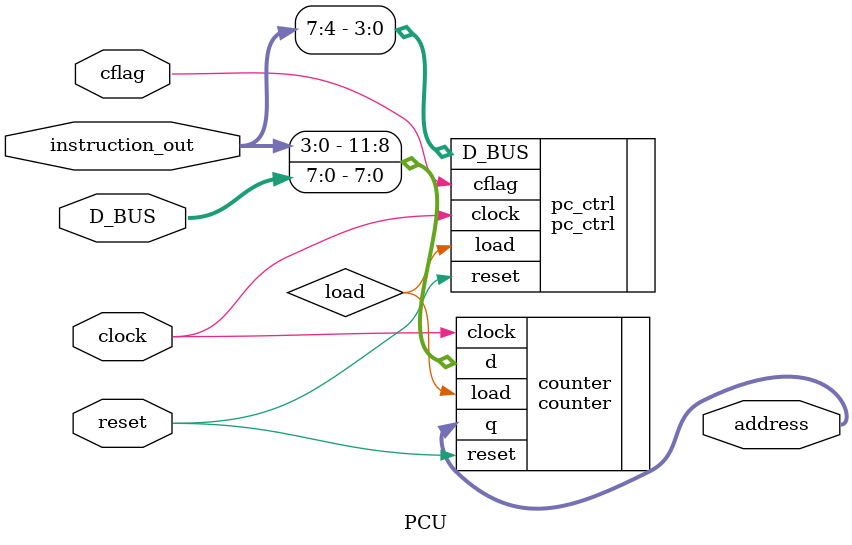
<source format=v>
module PCU(
	input  reset,
	input  clock,
	input  [7:0] instruction_out,
	input  [7:0] D_BUS,
	input  cflag,
	output [11:0] address
);

	wire load;

	pc_ctrl pc_ctrl(
		.clock(clock),
		.reset(reset),
		.D_BUS(instruction_out[7:4]),
		.cflag(cflag),
		.load(load)
	);

	counter counter(
		.reset(reset),
		.clock(clock),
		.load(load),
		.d({instruction_out[3:0], D_BUS[7:0]}),
		.q(address)
	);

endmodule
</source>
